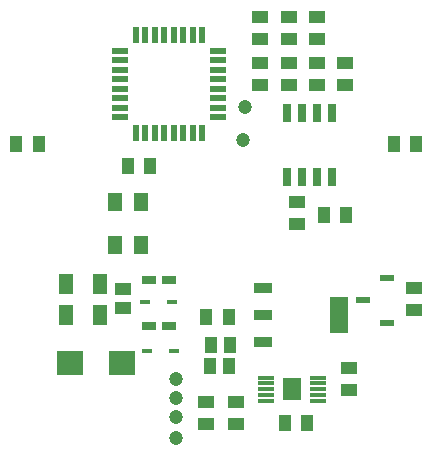
<source format=gtp>
G04 Layer_Color=8421504*
%FSLAX25Y25*%
%MOIN*%
G70*
G01*
G75*
%ADD10R,0.04331X0.05787*%
%ADD11C,0.04724*%
%ADD12R,0.05600X0.02000*%
%ADD13R,0.02000X0.05600*%
%ADD14R,0.04921X0.06299*%
%ADD15R,0.04000X0.05500*%
%ADD16R,0.08661X0.08465*%
%ADD17R,0.04724X0.07087*%
%ADD18R,0.05787X0.04331*%
%ADD19R,0.04724X0.03150*%
%ADD20R,0.03307X0.01811*%
%ADD21R,0.05500X0.04000*%
%ADD22R,0.06181X0.07402*%
%ADD23R,0.05512X0.01181*%
%ADD24R,0.02559X0.06004*%
%ADD25R,0.04921X0.02362*%
%ADD26R,0.06300X0.03300*%
%ADD27R,0.06300X0.12200*%
D10*
X-1650Y-41921D02*
D03*
X4728D02*
D03*
X4602Y-49122D02*
D03*
X-1776D02*
D03*
D11*
X9843Y37402D02*
D03*
X-13287Y-59547D02*
D03*
Y-66043D02*
D03*
Y-73032D02*
D03*
X9055Y26378D02*
D03*
X-13287Y-53248D02*
D03*
D12*
X-31772Y34002D02*
D03*
Y37102D02*
D03*
Y40302D02*
D03*
Y43402D02*
D03*
Y46602D02*
D03*
Y49702D02*
D03*
Y52902D02*
D03*
Y56002D02*
D03*
X828D02*
D03*
Y52902D02*
D03*
Y49702D02*
D03*
Y46602D02*
D03*
Y43402D02*
D03*
Y40302D02*
D03*
Y37102D02*
D03*
Y34002D02*
D03*
D13*
X-26472Y61302D02*
D03*
X-23372D02*
D03*
X-20172D02*
D03*
X-17072D02*
D03*
X-13872D02*
D03*
X-10772D02*
D03*
X-7572D02*
D03*
X-4472D02*
D03*
Y28702D02*
D03*
X-7572D02*
D03*
X-10772D02*
D03*
X-13872D02*
D03*
X-17072D02*
D03*
X-20172D02*
D03*
X-23372D02*
D03*
X-26472D02*
D03*
D14*
X-33559Y-8752D02*
D03*
Y5815D02*
D03*
X-24898D02*
D03*
Y-8752D02*
D03*
D15*
X-21792Y17717D02*
D03*
X-29192D02*
D03*
X-3011Y-32579D02*
D03*
X4389D02*
D03*
X30472Y-68110D02*
D03*
X23072D02*
D03*
X36064Y1181D02*
D03*
X43464D02*
D03*
X66799Y25067D02*
D03*
X59399D02*
D03*
X-66405Y24933D02*
D03*
X-59005D02*
D03*
D16*
X-48425Y-47933D02*
D03*
X-31102D02*
D03*
D17*
X-38386Y-31890D02*
D03*
X-49803D02*
D03*
X-38583Y-21654D02*
D03*
X-50000D02*
D03*
D18*
X-30815Y-29701D02*
D03*
Y-23323D02*
D03*
D19*
X-15354Y-20276D02*
D03*
X-22047D02*
D03*
X-22244Y-35728D02*
D03*
X-15551D02*
D03*
D20*
X-22854Y-43890D02*
D03*
X-13799D02*
D03*
X-14449Y-27764D02*
D03*
X-23504D02*
D03*
D21*
X-3150Y-68464D02*
D03*
Y-61064D02*
D03*
X6693Y-68464D02*
D03*
Y-61064D02*
D03*
X44488Y-57145D02*
D03*
Y-49745D02*
D03*
X66142Y-30472D02*
D03*
Y-23072D02*
D03*
X33858Y44725D02*
D03*
Y52125D02*
D03*
X24409D02*
D03*
Y44725D02*
D03*
X14961Y52125D02*
D03*
Y44725D02*
D03*
X24409Y60079D02*
D03*
Y67479D02*
D03*
X43307Y44725D02*
D03*
Y52125D02*
D03*
X14961Y60079D02*
D03*
Y67479D02*
D03*
X33858D02*
D03*
Y60079D02*
D03*
X27165Y5669D02*
D03*
Y-1732D02*
D03*
D22*
X25492Y-56791D02*
D03*
D23*
X34154Y-52854D02*
D03*
Y-54823D02*
D03*
Y-56791D02*
D03*
Y-58760D02*
D03*
Y-60728D02*
D03*
X16831D02*
D03*
Y-58760D02*
D03*
Y-56791D02*
D03*
Y-54823D02*
D03*
Y-52854D02*
D03*
D24*
X23898Y35480D02*
D03*
X28898D02*
D03*
X33898D02*
D03*
X38898D02*
D03*
Y14126D02*
D03*
X33898D02*
D03*
X28898D02*
D03*
X23898D02*
D03*
D25*
X49016Y-27055D02*
D03*
X57284Y-19535D02*
D03*
Y-34575D02*
D03*
D26*
X15853Y-22896D02*
D03*
Y-31996D02*
D03*
Y-41096D02*
D03*
D27*
X41053Y-31996D02*
D03*
M02*

</source>
